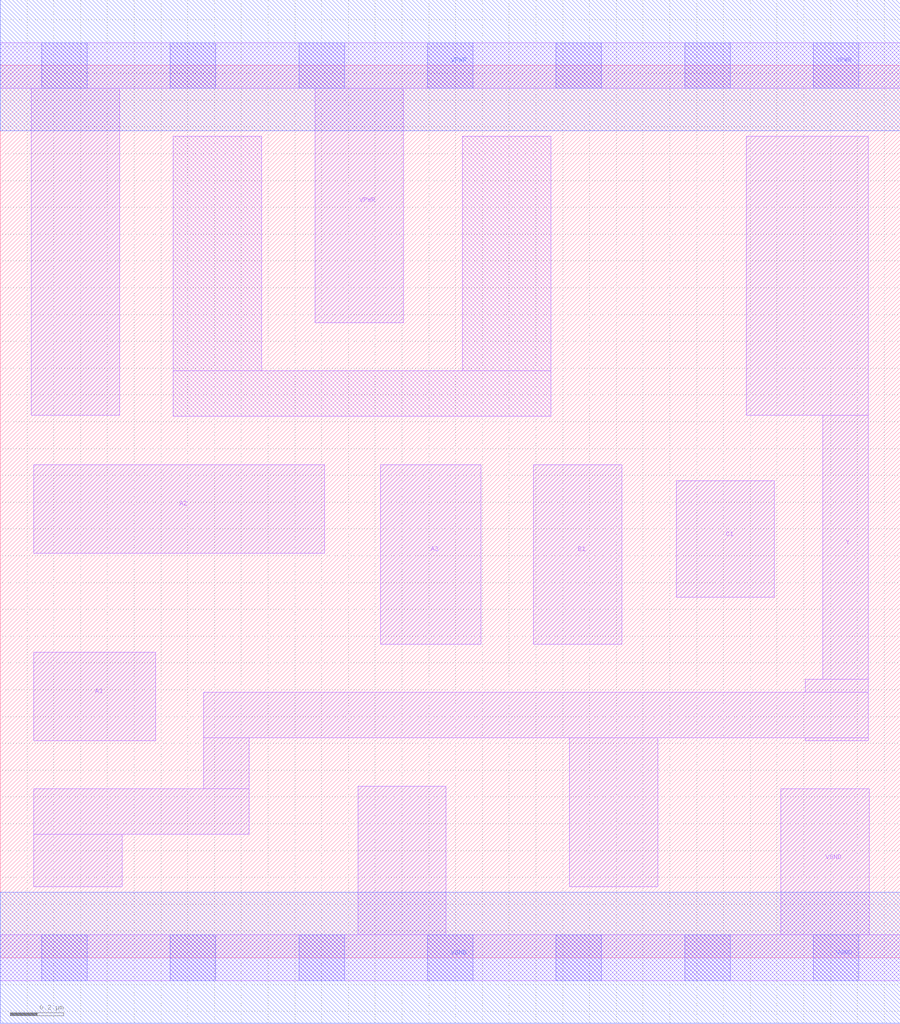
<source format=lef>
# Copyright 2020 The SkyWater PDK Authors
#
# Licensed under the Apache License, Version 2.0 (the "License");
# you may not use this file except in compliance with the License.
# You may obtain a copy of the License at
#
#     https://www.apache.org/licenses/LICENSE-2.0
#
# Unless required by applicable law or agreed to in writing, software
# distributed under the License is distributed on an "AS IS" BASIS,
# WITHOUT WARRANTIES OR CONDITIONS OF ANY KIND, either express or implied.
# See the License for the specific language governing permissions and
# limitations under the License.
#
# SPDX-License-Identifier: Apache-2.0

VERSION 5.7 ;
  NAMESCASESENSITIVE ON ;
  NOWIREEXTENSIONATPIN ON ;
  DIVIDERCHAR "/" ;
  BUSBITCHARS "[]" ;
UNITS
  DATABASE MICRONS 200 ;
END UNITS
MACRO sky130_fd_sc_lp__a311oi_lp
  CLASS CORE ;
  SOURCE USER ;
  FOREIGN sky130_fd_sc_lp__a311oi_lp ;
  ORIGIN  0.000000  0.000000 ;
  SIZE  3.360000 BY  3.330000 ;
  SYMMETRY X Y R90 ;
  SITE unit ;
  PIN A1
    ANTENNAGATEAREA  0.313000 ;
    DIRECTION INPUT ;
    USE SIGNAL ;
    PORT
      LAYER li1 ;
        RECT 0.125000 0.810000 0.580000 1.140000 ;
    END
  END A1
  PIN A2
    ANTENNAGATEAREA  0.313000 ;
    DIRECTION INPUT ;
    USE SIGNAL ;
    PORT
      LAYER li1 ;
        RECT 0.125000 1.510000 1.210000 1.840000 ;
    END
  END A2
  PIN A3
    ANTENNAGATEAREA  0.313000 ;
    DIRECTION INPUT ;
    USE SIGNAL ;
    PORT
      LAYER li1 ;
        RECT 1.420000 1.170000 1.795000 1.840000 ;
    END
  END A3
  PIN B1
    ANTENNAGATEAREA  0.376000 ;
    DIRECTION INPUT ;
    USE SIGNAL ;
    PORT
      LAYER li1 ;
        RECT 1.990000 1.170000 2.320000 1.840000 ;
    END
  END B1
  PIN C1
    ANTENNAGATEAREA  0.376000 ;
    DIRECTION INPUT ;
    USE SIGNAL ;
    PORT
      LAYER li1 ;
        RECT 2.525000 1.345000 2.890000 1.780000 ;
    END
  END C1
  PIN Y
    ANTENNADIFFAREA  0.522300 ;
    DIRECTION OUTPUT ;
    USE SIGNAL ;
    PORT
      LAYER li1 ;
        RECT 0.125000 0.265000 0.455000 0.460000 ;
        RECT 0.125000 0.460000 0.930000 0.630000 ;
        RECT 0.760000 0.630000 0.930000 0.820000 ;
        RECT 0.760000 0.820000 3.240000 0.990000 ;
        RECT 2.125000 0.265000 2.455000 0.820000 ;
        RECT 2.785000 2.025000 3.240000 3.065000 ;
        RECT 3.005000 0.810000 3.240000 0.820000 ;
        RECT 3.005000 0.990000 3.240000 1.040000 ;
        RECT 3.070000 1.040000 3.240000 2.025000 ;
    END
  END Y
  PIN VGND
    DIRECTION INOUT ;
    USE GROUND ;
    PORT
      LAYER li1 ;
        RECT 0.000000 -0.085000 3.360000 0.085000 ;
        RECT 1.335000  0.085000 1.665000 0.640000 ;
        RECT 2.915000  0.085000 3.245000 0.630000 ;
      LAYER mcon ;
        RECT 0.155000 -0.085000 0.325000 0.085000 ;
        RECT 0.635000 -0.085000 0.805000 0.085000 ;
        RECT 1.115000 -0.085000 1.285000 0.085000 ;
        RECT 1.595000 -0.085000 1.765000 0.085000 ;
        RECT 2.075000 -0.085000 2.245000 0.085000 ;
        RECT 2.555000 -0.085000 2.725000 0.085000 ;
        RECT 3.035000 -0.085000 3.205000 0.085000 ;
      LAYER met1 ;
        RECT 0.000000 -0.245000 3.360000 0.245000 ;
    END
  END VGND
  PIN VPWR
    DIRECTION INOUT ;
    USE POWER ;
    PORT
      LAYER li1 ;
        RECT 0.000000 3.245000 3.360000 3.415000 ;
        RECT 0.115000 2.025000 0.445000 3.245000 ;
        RECT 1.175000 2.370000 1.505000 3.245000 ;
      LAYER mcon ;
        RECT 0.155000 3.245000 0.325000 3.415000 ;
        RECT 0.635000 3.245000 0.805000 3.415000 ;
        RECT 1.115000 3.245000 1.285000 3.415000 ;
        RECT 1.595000 3.245000 1.765000 3.415000 ;
        RECT 2.075000 3.245000 2.245000 3.415000 ;
        RECT 2.555000 3.245000 2.725000 3.415000 ;
        RECT 3.035000 3.245000 3.205000 3.415000 ;
      LAYER met1 ;
        RECT 0.000000 3.085000 3.360000 3.575000 ;
    END
  END VPWR
  OBS
    LAYER li1 ;
      RECT 0.645000 2.020000 2.055000 2.190000 ;
      RECT 0.645000 2.190000 0.975000 3.065000 ;
      RECT 1.725000 2.190000 2.055000 3.065000 ;
  END
END sky130_fd_sc_lp__a311oi_lp

</source>
